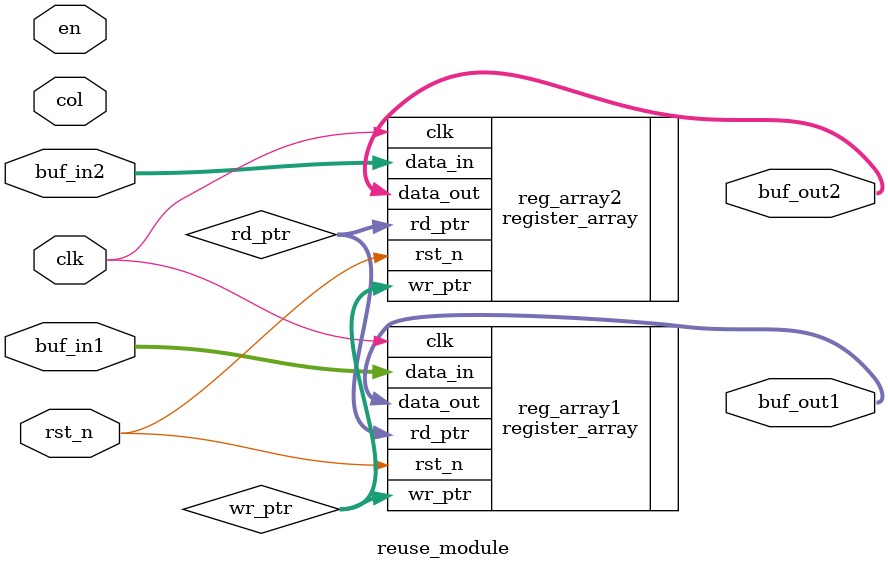
<source format=v>
`include "para.v"

module reuse_module(
	input			clk,
	input			rst_n,
	input			en,
	input	[8:0]	col,
	input	[7:0]	buf_in1,
	input 	[7:0]	buf_in2,
	output	[7:0]	buf_out1,
	output	[7:0]	buf_out2
);

wire	[9:0]	col_reuse;
reg		[8:0]	rd_ptr;
reg		[8:0]	rd_ptr_reg;
reg		[8:0]	wr_ptr;
reg		[8:0]	wr_ptr_reg;
reg		[2:0]	curr_state;
reg		[2:0]	next_state;

reg		[7:0]	row_cnt;
reg		[7:0]	col_cnt;

assign col_reuse = col - 3;

register_array reg_array1(
	.clk(clk),
	.rst_n(rst_n),
	.rd_ptr(rd_ptr),
	.wr_ptr(wr_ptr),
	.data_in(buf_in1),
	.data_out(buf_out1)
);

register_array reg_array2(
	.clk(clk),
	.rst_n(rst_n),
	.rd_ptr(rd_ptr),
	.wr_ptr(wr_ptr),
	.data_in(buf_in2),
	.data_out(buf_out2)
);

always@(posedge clk or negedge rst_n) begin
	if(!rst_n) begin
		col_cnt <= #1 ~0;
	end
	else if(en) begin
		if(col_cnt == col - 2 - 1) begin
			col_cnt <= #1 0;
		end
		else begin
			col_cnt <= #1 col_cnt + 1;
		end
	end
	else begin
		col_cnt <= #1 ~0;
	end
end

always@(posedge clk or negedge rst_n) begin
	if(!rst_n) begin
		row_cnt <= #1 0;
	end
	else if(en) begin
		if(col_cnt == col - 2 - 1) begin
			row_cnt <= #1 row_cnt + 1;
		end
		else begin
			row_cnt <= #1 row_cnt;
		end
	end
	else begin
		row_cnt <= #1 0;
	end
end

// // ============================================
// // State Register Control
// // ============================================
// always@(posedge clk or negedge rst_n) begin
// 	if(!rst_n) begin
// 		curr_state <= #1 0;
// 	end
// 	else if(en) begin
// 		curr_state <= #1 next_state;
// 	end
// 	else begin
// 		curr_state <= #1 0;
// 	end
// end

// // ============================================
// // Next State logic
// // ============================================
// always@(*) begin
// 	next_state = 0;
// 	if(en) begin
// 		case(curr_state)
// 			3'd0: begin // IDLE
// 				next_state = 1;
// 			end
// 			3'd1: begin // RIGHT
// 				if(wr_ptr == col_reuse) begin
// 					next_state = 2;
// 				end
// 				else begin
// 					next_state = 1;
// 				end
// 			end
// 			3'd2: begin // PAUSE
// 				if(row_cnt == col) begin
// 					next_state = 5;
// 				end
// 				else begin
// 					next_state = 3;
// 				end
// 			end
// 			3'd3: begin // UP
// 				if(wr_ptr == col_reuse + 1) begin
// 					next_state = 4;
// 				end
// 				else begin
// 					next_state = 1;
// 				end
// 			end
// 			3'd4: begin // LEFT
// 				if(wr_ptr == 1) begin
// 					next_state = 2;
// 				end
// 				else begin
// 					next_state = 4;
// 				end
// 			end
// 			3'd5: begin // FINISH
// 			end
// 			default: begin
// 				next_state = 0;
// 			end
// 		endcase
// 	end
// 	else begin
// 		next_state = 0;
// 	end
// end


// always@(posedge clk or negedge rst_n) begin
// 	if(!rst_n) begin
// 		col_cnt <= #1 0;
// 	end
// 	else if(en) begin
// 		if(col_cnt == col_reuse + 2) begin
// 			col_cnt <= #1 0;
// 		end
// 		else begin
// 			col_cnt <= #1 col_cnt + 1;
// 		end
// 	end
// 	else begin
// 		col_cnt <= #1 0;
// 	end
// end
// always@(posedge clk or negedge rst_n) begin
// 	if(!rst_n) begin
// 		row_cnt <= #1 0;
// 	end
// 	else if(en) begin
// 		if(col_cnt == col_reuse + 2) begin
// 			row_cnt <= #1 row_cnt + 1;
// 		end
// 		else begin
// 			row_cnt <= #1 row_cnt;
// 		end
// 	end
// 	else begin
// 		row_cnt <= #1 0;
// 	end
// end

// always@(posedge clk or negedge rst_n) begin
// 	if(!rst_n) begin
// 		wr_ptr_reg <= #1 0;
// 	end
// 	else begin
// 		wr_ptr_reg <= #1 wr_ptr;
// 	end
// end
// always@(*) begin
// 	wr_ptr = ~{9{1'b0}};
// 	if(en) begin
// 		case(curr_state)
// 			3'd0: begin
// 				wr_ptr = ~{9{1'b0}};
// 			end
// 			3'd1: begin
// 				wr_ptr = wr_ptr_reg + 1;
// 			end
// 			3'd2: begin
// 				if(row_cnt[0] == 0) begin
// 					wr_ptr = wr_ptr_reg + 1;
// 				end
// 				else begin
// 					wr_ptr = wr_ptr_reg - 1;
// 				end
// 			end
// 			3'd3: begin
// 				wr_ptr = wr_ptr_reg;
// 			end
// 			3'd4: begin
// 				wr_ptr = wr_ptr_reg - 1;
// 			end
// 			3'd5: begin
// 				wr_ptr = ~{9{1'b0}};
// 			end
// 			default: begin
// 				wr_ptr = ~{9{1'b0}};
// 			end 
// 		endcase
// 	end
// 	else begin
// 		wr_ptr = ~{9{1'b0}};
// 	end
// end

// always@(posedge clk or negedge rst_n) begin
// 	if(!rst_n) begin
// 		rd_ptr_reg <= #1 col_reuse;
// 	end
// 	else begin
// 		rd_ptr_reg <= #1 rd_ptr;
// 	end
// end
// always@(*) begin
// 	rd_ptr = col_reuse;
// 	if(en) begin
// 		case(curr_state)
// 			3'd0: begin
// 				rd_ptr = col_reuse;
// 			end
// 			3'd1: begin
// 				if(row_cnt == 0) begin
// 					if(col_cnt == 4) begin
// 						rd_ptr = rd_ptr_reg - 1;
// 					end
// 					else begin
// 						rd_ptr = rd_ptr_reg;
// 					end
// 				end
// 				else if(wr_ptr == col_reuse) begin
// 					rd_ptr = rd_ptr_reg;
// 				end
// 				else begin
// 					rd_ptr = rd_ptr_reg + 1;
// 				end
// 			end
// 			3'd2: begin
// 				if(wr_ptr == col_reuse + 1) begin
// 					rd_ptr = rd_ptr_reg - 1;
// 				end
// 				else begin
// 					rd_ptr = rd_ptr_reg + 1;
// 				end
// 			end
// 			3'd3: begin
// 				if(wr_ptr == col_reuse + 1) begin
// 					rd_ptr = rd_ptr_reg - 1;
// 				end
// 				else begin
// 					rd_ptr = rd_ptr_reg + 1;
// 				end
// 			end
// 			3'd4: begin
// 				if(wr_ptr == 1) begin
// 					rd_ptr = rd_ptr_reg;
// 				end
// 				else begin
// 					rd_ptr = rd_ptr_reg - 1;
// 				end
// 			end
// 			default: begin
// 				rd_ptr = rd_ptr_reg;
// 			end
// 		endcase
// 	end
// 	else begin
// 		rd_ptr = col_reuse + 1;
// 	end
// end

endmodule
</source>
